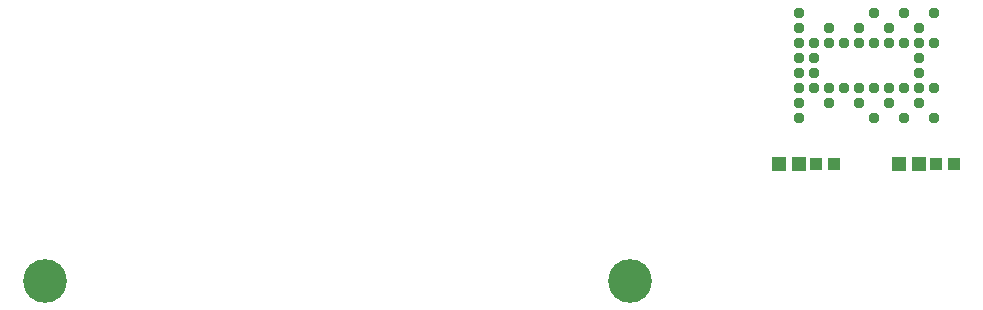
<source format=gts>
G75*
%MOIN*%
%OFA0B0*%
%FSLAX25Y25*%
%IPPOS*%
%LPD*%
%AMOC8*
5,1,8,0,0,1.08239X$1,22.5*
%
%ADD10C,0.14580*%
%ADD11C,0.03753*%
%ADD12R,0.04737X0.05131*%
%ADD13R,0.03950X0.03950*%
D10*
X0132898Y0106453D03*
X0327780Y0106453D03*
D11*
X0384020Y0160607D03*
X0384020Y0165607D03*
X0394020Y0165607D03*
X0404020Y0165607D03*
X0414020Y0165607D03*
X0414020Y0170607D03*
X0419020Y0170607D03*
X0424020Y0170607D03*
X0429020Y0170607D03*
X0424020Y0175607D03*
X0424020Y0180607D03*
X0424020Y0185607D03*
X0429020Y0185607D03*
X0419020Y0185607D03*
X0414020Y0185607D03*
X0409020Y0185607D03*
X0404020Y0185607D03*
X0399020Y0185607D03*
X0394020Y0185607D03*
X0389020Y0185607D03*
X0384020Y0185607D03*
X0384020Y0190607D03*
X0394020Y0190607D03*
X0404020Y0190607D03*
X0414020Y0190607D03*
X0419020Y0195607D03*
X0429020Y0195607D03*
X0424020Y0190607D03*
X0409020Y0195607D03*
X0384020Y0195607D03*
X0384020Y0180607D03*
X0389020Y0180607D03*
X0389020Y0175607D03*
X0384020Y0175607D03*
X0384020Y0170607D03*
X0389020Y0170607D03*
X0394020Y0170607D03*
X0399020Y0170607D03*
X0404020Y0170607D03*
X0409020Y0170607D03*
X0424020Y0165607D03*
X0429020Y0160607D03*
X0419020Y0160607D03*
X0409020Y0160607D03*
D12*
X0417557Y0145266D03*
X0424250Y0145266D03*
X0384130Y0145266D03*
X0377437Y0145266D03*
D13*
X0389730Y0145266D03*
X0395636Y0145266D03*
X0429850Y0145266D03*
X0435756Y0145266D03*
M02*

</source>
